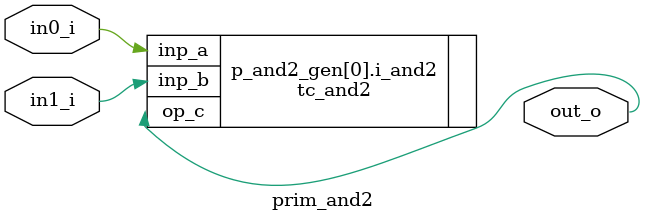
<source format=sv>

`include "prim_assert.sv"

module prim_and2 #(
  parameter int Width = 1
) (
  input        [Width-1:0] in0_i,
  input        [Width-1:0] in1_i,
  output logic [Width-1:0] out_o
);

  // assign out_o = in0_i & in1_i;
  
  // Replacing with tech specific cell reference
  for (genvar i=0; i<Width; i++) begin : p_and2_gen
    tc_and2 i_and2 (
      .inp_a (in0_i[i]),
      .inp_b (in1_i[i]),
      .op_c  (out_o[i])
      );
  end
 

endmodule

</source>
